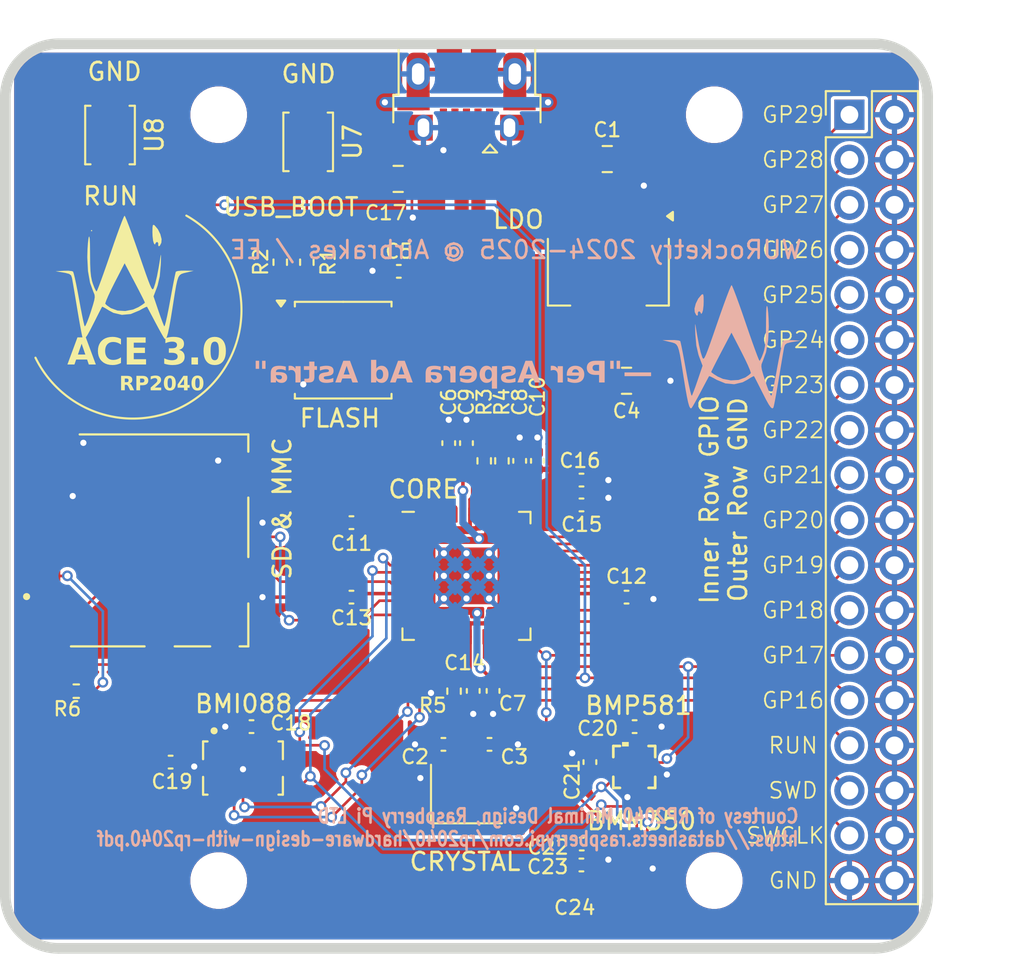
<source format=kicad_pcb>
(kicad_pcb (version 20240108) (generator "pcbnew") (generator_version "8.0")
  (title_block (title "RP2040 Minimal Design Example") (date "2024-01-16") (rev "REV2") (company "Raspberry Pi Ltd"))
  (layers (0 "F.Cu" signal) (31 "B.Cu" signal) (34 "B.Paste" user) (35 "F.Paste" user) (36 "B.SilkS" user "B.Silkscreen") (37 "F.SilkS" user "F.Silkscreen") (38 "B.Mask" user) (39 "F.Mask" user) (44 "Edge.Cuts" user))
  (net 0 "")
  (net 1 "GND")
  (net 2 "VBUS")
  (net 3 "/XIN")
  (net 4 "/XOUT")
  (net 5 "+3V3")
  (net 6 "+1V1")
  (net 8 "/~{USB_BOOT}")
  (net 9 "/GPIO11")
  (net 10 "/GPIO6")
  (net 11 "/GPIO3")
  (net 12 "/GPIO2")
  (net 13 "/GPIO1")
  (net 14 "/GPIO0")
  (net 15 "/GPIO29_ADC3")
  (net 16 "/GPIO28_ADC2")
  (net 17 "/GPIO27_ADC1")
  (net 18 "/GPIO26_ADC0")
  (net 19 "/GPIO25")
  (net 20 "/GPIO24")
  (net 21 "/GPIO23")
  (net 22 "/GPIO22")
  (net 23 "/GPIO21")
  (net 24 "/GPIO20")
  (net 25 "/GPIO19")
  (net 26 "/GPIO18")
  (net 27 "/RUN")
  (net 28 "/SWD")
  (net 29 "/SWCLK")
  (net 30 "/QSPI_SS")
  (net 31 "Net-(U3-USB_DP)")
  (net 32 "Net-(U3-USB_DM)")
  (net 33 "/QSPI_SD3")
  (net 34 "/QSPI_SCLK")
  (net 35 "/QSPI_SD0")
  (net 36 "/QSPI_SD2")
  (net 37 "/QSPI_SD1")
  (net 38 "/USB_D+")
  (net 39 "/USB_D-")
  (net 40 "Net-(C3-Pad1)")
  (net 43 "/SDA")
  (net 44 "/SCL")
  (net 45 "/INT3_GYRO")
  (net 46 "/INT2_ACCEL")
  (net 47 "/INT1_ACCEL")
  (net 48 "/INT4_GYRO")
  (net 49 "/INT_BARO")
  (net 50 "/INT_MAG")
  (net 55 "Net-(J3-CD{slash}DAT3)")
  (net 56 "/MISO")
  (net 57 "/MOSI")
  (net 58 "/SCLK")
  (net 59 "/GPIO9")
  (footprint "Capacitor_SMD:C_0805_2012Metric" (layer "F.Cu") (at 109.025 89)
    (property "Reference" "C4")
    (property "Value" "10u")
  )
  (footprint "RP2040_minimal:USB_Micro-B_Amphenol_10103594-0001LF_Horizontal_modified" (layer "F.Cu") (at 100 71.7 180)
    (property "Reference" "J1" (hide yes))
    (property "Value" "USB_B_Micro")
  )
  (footprint "Capacitor_SMD:C_0402_1005Metric" (layer "F.Cu") (at 104 93.515 90)
    (property "Reference" "C10")
    (property "Value" "1u")
  )
  (footprint "Capacitor_SMD:C_0402_1005Metric" (layer "F.Cu") (at 103 93.515 90)
    (property "Reference" "C8")
    (property "Value" "1u")
  )
  (footprint "Capacitor_SMD:C_0402_1005Metric" (layer "F.Cu") (at 93.515 101.2 180)
    (property "Reference" "C13")
    (property "Value" "100n")
  )
  (footprint "Capacitor_SMD:C_0402_1005Metric" (layer "F.Cu") (at 96.185 82.83 180)
    (property "Reference" "C5")
    (property "Value" "100n")
  )
  (footprint "Resistor_SMD:R_0402_1005Metric" (layer "F.Cu") (at 89.5 82.315 -90)
    (property "Reference" "R2")
    (property "Value" "DNF")
  )
  (footprint "Connector_PinHeader_2.54mm:PinHeader_2x18_P2.54mm_Vertical" (layer "F.Cu") (at 121.59 74)
    (property "Reference" "J4" (hide yes))
    (property "Value" "Conn_02x18_Odd_Even")
  )
  (footprint "Package_TO_SOT_SMD:SOT-223-3_TabPin2" (layer "F.Cu") (at 108 82.85 -90)
    (property "Reference" "U1" (hide yes))
    (property "Value" "NCP1117-3.3_SOT223")
  )
  (footprint "Package_SO:SOIC-8_5.23x5.23mm_P1.27mm" (layer "F.Cu") (at 93.05 87.275)
    (property "Reference" "U2" (hide yes))
    (property "Value" "W25Q128JVS")
  )
  (footprint "Resistor_SMD:R_0402_1005Metric" (layer "F.Cu") (at 91 82.315 90)
    (property "Reference" "R1")
    (property "Value" "1k")
  )
  (footprint "Capacitor_SMD:C_0402_1005Metric" (layer "F.Cu") (at 100 92.515 90)
    (property "Reference" "C9")
    (property "Value" "100n")
  )
  (footprint "Capacitor_SMD:C_0402_1005Metric" (layer "F.Cu") (at 109.025 101.2)
    (property "Reference" "C12")
    (property "Value" "100n")
  )
  (footprint "Capacitor_SMD:C_0402_1005Metric" (layer "F.Cu") (at 100.381 106.485 -90)
    (property "Reference" "C14")
    (property "Value" "100n")
  )
  (footprint "Resistor_SMD:R_0402_1005Metric" (layer "F.Cu") (at 101 93.515 -90)
    (property "Reference" "R3")
    (property "Value" "27")
  )
  (footprint "Capacitor_SMD:C_0402_1005Metric" (layer "F.Cu") (at 101.5 106.485 -90)
    (property "Reference" "C7")
    (property "Value" "100n")
  )
  (footprint "Capacitor_SMD:C_0805_2012Metric" (layer "F.Cu") (at 107.9375 76.5)
    (property "Reference" "C1")
    (property "Value" "10u")
  )
  (footprint "Capacitor_SMD:C_0402_1005Metric" (layer "F.Cu") (at 93.515 97 180)
    (property "Reference" "C11")
    (property "Value" "100n")
  )
  (footprint "Capacitor_SMD:C_0402_1005Metric" (layer "F.Cu") (at 106.485 94.6)
    (property "Reference" "C16")
    (property "Value" "100n")
  )
  (footprint "RP2040_minimal:RP2040-QFN-56" (layer "F.Cu") (at 100 100)
    (property "Reference" "U3" (hide yes))
    (property "Value" "RP2040")
  )
  (footprint "MountingHole:MountingHole_2.7mm_M2.5" (layer "F.Cu") (at 113.97 74)
    (property "Reference" "H2" (hide yes))
    (property "Value" "MountingHole")
  )
  (footprint "Resistor_SMD:R_0402_1005Metric" (layer "F.Cu") (at 102 93.515 -90)
    (property "Reference" "R4")
    (property "Value" "27")
  )
  (footprint "MountingHole:MountingHole_2.7mm_M2.5" (layer "F.Cu") (at 113.97 117.18)
    (property "Reference" "H3" (hide yes))
    (property "Value" "MountingHole")
  )
  (footprint "Capacitor_SMD:C_0402_1005Metric" (layer "F.Cu") (at 99 92.515 90)
    (property "Reference" "C6")
    (property "Value" "100n")
  )
  (footprint "Capacitor_SMD:C_0402_1005Metric" (layer "F.Cu") (at 106.485 96)
    (property "Reference" "C15")
    (property "Value" "100n")
  )
  (footprint "MountingHole:MountingHole_2.7mm_M2.5" (layer "F.Cu") (at 86.03 74)
    (property "Reference" "H1" (hide yes))
    (property "Value" "MountingHole")
  )
  (footprint "MountingHole:MountingHole_2.7mm_M2.5" (layer "F.Cu") (at 86.03 117.18)
    (property "Reference" "H4" (hide yes))
    (property "Value" "MountingHole")
  )
  (footprint "Capacitor_SMD:C_0805_2012Metric" (layer "F.Cu") (at 96.149752 77.618187)
    (property "Reference" "C17")
    (property "Value" "10u")
  )
  (footprint "Capacitor_SMD:C_0402_1005Metric" (layer "F.Cu") (at 106.5 115.11975)
    (property "Reference" "C22")
    (property "Value" "100n")
  )
  (footprint "Capacitor_SMD:C_0402_1005Metric" (layer "F.Cu") (at 87.88 108.5 180)
    (property "Reference" "C18")
    (property "Value" "100n")
  )
  (footprint "Capacitor_SMD:C_0402_1005Metric" (layer "F.Cu") (at 98.7 109.5 180)
    (property "Reference" "C2")
    (property "Value" "15p")
  )
  (footprint "CGB4B3X7R0J225K055AB:CAPC2012X55N" (layer "F.Cu") (at 109.12 118.1)
    (property "Reference" "C24")
    (property "Value" "2.2u")
  )
  (footprint "BMI088:PQFN50P450X300X100-16N" (layer "F.Cu") (at 87.4 110.835)
    (property "Reference" "U4" (hide yes))
    (property "Value" "BMI088")
  )
  (footprint "Resistor_SMD:R_0402_1005Metric" (layer "F.Cu") (at 78 106.5)
    (property "Reference" "R6")
    (property "Value" "10k")
  )
  (footprint "1040310811-molex_usb:MOLEX_104031-0811" (layer "F.Cu") (at 82 98 -90)
    (property "Reference" "J3" (hide yes))
    (property "Value" "104031-0811")
  )
  (footprint "Capacitor_SMD:C_0402_1005Metric" (layer "F.Cu") (at 83.32 110.5)
    (property "Reference" "C19")
    (property "Value" "100n")
  )
  (footprint "Button_Switch_SMD:SW_SPST_B3U-1000P" (layer "F.Cu") (at 91.075194 75.530636 -90)
    (property "Reference" "U7")
    (property "Value" "B3U-1000P")
  )
  (footprint "Capacitor_SMD:C_0402_1005Metric" (layer "F.Cu") (at 101.3 109.5)
    (property "Reference" "C3")
    (property "Value" "15p")
  )
  (footprint "Capacitor_SMD:C_0402_1005Metric" (layer "F.Cu") (at 106.48 116.3)
    (property "Reference" "C23")
    (property "Value" "100n")
  )
  (footprint "Crystal:Crystal_SMD_3225-4Pin_3.2x2.5mm" (layer "F.Cu") (at 100 112.3)
    (property "Reference" "Y1" (hide yes))
    (property "Value" "ABM8-272-T3")
  )
  (footprint "WURocketry_Logo:WURocketry_logo" (layer "F.Cu") (at 80.768043 83.288012)
    (property "Reference" "G***" (hide yes))
    (property "Value" "LOGO" (hide yes))
  )
  (footprint "BMM350:BGA9_BMM350_BOS" (layer "F.Cu") (at 109.59995 115.59995)
    (property "Reference" "U6" (hide yes))
    (property "Value" "BMM350")
  )
  (footprint "Capacitor_SMD:C_0402_1005Metric" (layer "F.Cu") (at 109.48 108.5)
    (property "Reference" "C20")
    (property "Value" "100n")
  )
  (footprint "Button_Switch_SMD:SW_SPST_B3U-1000P" (layer "F.Cu") (at 79.903139 75.145431 -90)
    (property "Reference" "U8")
    (property "Value" "B3U-1000P")
  )
  (footprint "Capacitor_SMD:C_0402_1005Metric" (layer "F.Cu") (at 106.96 110.5 90)
    (property "Reference" "C21")
    (property "Value" "100n" (hide yes))
  )
  (footprint "BMP581:QFN10_BMP581_BOS" (layer "F.Cu") (at 109.460001 110.773001)
    (property "Reference" "U5" (hide yes))
    (property "Value" "BMP581")
  )
  (footprint "Resistor_SMD:R_0402_1005Metric" (layer "F.Cu") (at 99.3 106.5 -90)
    (property "Reference" "R5")
    (property "Value" "1k")
  )
  (footprint "WURocketry_Logo:WURocketry_logo" (layer "B.Cu") (at 114.9 87.2 180)
    (property "Reference" "G***" (hide yes))
    (property "Value" "LOGO" (hide yes))
  )
  (gr_arc (start 84.20659 79.688339) (mid 85.39065 89.467423) (end 75.7 87.7) (stroke (width 0.12)) (layer "F.SilkS"))
  (gr_line (start 123 121) (end 77 121) (stroke (width 0.6)) (layer "Edge.Cuts"))
  (gr_line (start 126 73) (end 126 118) (stroke (width 0.6)) (layer "Edge.Cuts"))
  (gr_line (start 77 70) (end 123 70) (stroke (width 0.6)) (layer "Edge.Cuts"))
  (gr_line (start 74 118) (end 74 73) (stroke (width 0.6)) (layer "Edge.Cuts"))
  (gr_arc (start 126 118) (mid 125.12132 120.12132) (end 123 121) (stroke (width 0.6)) (layer "Edge.Cuts"))
  (gr_arc (start 123 70) (mid 125.12132 70.87868) (end 126 73) (stroke (width 0.6)) (layer "Edge.Cuts"))
  (gr_arc (start 74 73) (mid 74.87868 70.87868) (end 77 70) (stroke (width 0.6)) (layer "Edge.Cuts"))
  (gr_arc (start 77 121) (mid 74.87868 120.12132) (end 74 118) (stroke (width 0.6)) (layer "Edge.Cuts"))
  (gr_text "Courtesy of RP2040 Minimal Design, Raspberry Pi LTD\nhttps://datasheets.raspberrypi.com/rp2040/hardware-design-with-rp2040.pdf" (at 118.8 115.3 0) (layer "B.SilkS") (effects (font (size 0.8 0.65)) (justify left bottom mirror)))
  (gr_text "WURocketry 2024-2025 @ Airbrakes / EE" (at 119 82.2 0) (layer "B.SilkS") (effects (font (size 1 1)) (justify left bottom mirror)))
  (gr_text "—{dblquote}Per Aspera Ad Astra{dblquote}" (at 110.5 89.3 0) (layer "B.SilkS") (effects (font (size 1.2 1.2) (thickness 0.2) (bold yes) (italic yes)) (justify left bottom mirror)))
  (gr_text "GP28" (at 118.415 76.54 0) (layer "F.SilkS") (effects (font (size 0.9 0.9) (thickness 0.1))))
  (gr_text "GP27" (at 118.415 79.08 0) (layer "F.SilkS") (effects (font (size 0.9 0.9) (thickness 0.1))))
  (gr_text "GP26" (at 118.415 81.62 0) (layer "F.SilkS") (effects (font (size 0.9 0.9) (thickness 0.1))))
  (gr_text "GP25" (at 118.415 84.16 0) (layer "F.SilkS") (effects (font (size 0.9 0.9) (thickness 0.1))))
  (gr_text "GP24" (at 118.415 86.7 0) (layer "F.SilkS") (effects (font (size 0.9 0.9) (thickness 0.1))))
  (gr_text "GP23" (at 118.415 89.24 0) (layer "F.SilkS") (effects (font (size 0.9 0.9) (thickness 0.1))))
  (gr_text "GP21" (at 118.415 94.32 0) (layer "F.SilkS") (effects (font (size 0.9 0.9) (thickness 0.1))))
  (gr_text "GP20" (at 118.415 96.86 0) (layer "F.SilkS") (effects (font (size 0.9 0.9) (thickness 0.1))))
  (gr_text "GP19" (at 118.415 99.4 0) (layer "F.SilkS") (effects (font (size 0.9 0.9) (thickness 0.1))))
  (gr_text "GP17" (at 118.415 104.48 0) (layer "F.SilkS") (effects (font (size 0.9 0.9) (thickness 0.1))))
  (gr_text "GP22" (at 118.415 91.78 0) (layer "F.SilkS") (effects (font (size 0.9 0.9) (thickness 0.1))))
  (gr_text "GP18" (at 118.415 101.94 0) (layer "F.SilkS") (effects (font (size 0.9 0.9) (thickness 0.1))))
  (gr_text "SWCLK" (at 117.9705 114.64 0) (layer "F.SilkS") (effects (font (size 0.9 0.9) (thickness 0.1))))
  (gr_text "SWD" (at 118.415 112.1 0) (layer "F.SilkS") (effects (font (size 0.9 0.9) (thickness 0.1))))
  (gr_text "GP16" (at 118.415 107.02 0) (layer "F.SilkS") (effects (font (size 0.9 0.9) (thickness 0.1))))
  (gr_text "RUN" (at 118.415 109.56 0) (layer "F.SilkS") (effects (font (size 0.9 0.9) (thickness 0.1))))
  (gr_text "GND" (at 118.415 117.18 0) (layer "F.SilkS") (effects (font (size 0.9 0.9) (thickness 0.1))))
  (gr_text "GP29" (at 118.415 74 0) (layer "F.SilkS") (effects (font (size 0.9 0.9) (thickness 0.1))))
  (gr_text "Inner Row GPIO\nOuter Row GND" (at 114.5 95.7 90) (layer "F.SilkS") (effects (font (size 1 1))))
  (gr_text "RP2040" (at 82.823442 89.205071 0) (layer "F.SilkS") (effects (font (size 0.8 0.8) (thickness 0.2) (bold yes))))
  (gr_text "ACE 3.0" (at 82.013739 87.461096 0) (layer "F.SilkS") (effects (font (size 1.5 1.5) (thickness 0.35) (bold yes) (italic yes))))
  (gr_text "GND" (at 91.1 71.7 0) (layer "F.SilkS") (effects (font (size 1 1))))
  (gr_text "CORE" (at 95.5 95.7 0) (layer "F.SilkS") (effects (font (size 1 1)) (justify left bottom)))
  (gr_text "GND" (at 78.535646 72.155529 0) (layer "F.SilkS") (effects (font (size 1 1)) (justify left bottom)))
  (gr_text "RUN" (at 78.292064 79.170682 0) (layer "F.SilkS") (effects (font (size 1 1)) (justify left bottom)))
  (gr_text "BMM350\n" (at 106.7 114.4 0) (layer "F.SilkS") (effects (font (size 1 1)) (justify left bottom)))
  (gr_text "BMP581" (at 106.6 107.9 0) (layer "F.SilkS") (effects (font (size 1 1)) (justify left bottom)))
  (gr_text "SD & MMC" (at 90.2 100.3 90) (layer "F.SilkS") (effects (font (size 1 1)) (justify left bottom)))
  (gr_text "CRYSTAL" (at 96.7 116.7 0) (layer "F.SilkS") (effects (font (size 1 1)) (justify left bottom)))
  (gr_text "LDO" (at 101.4 80.5 0) (layer "F.SilkS") (effects (font (size 1 1)) (justify left bottom)))
  (gr_text "\nUSB_BOOT" (at 90.1 78.4 0) (layer "F.SilkS") (effects (font (size 1 1))))
  (gr_text "FLASH" (at 90.5 91.7 0) (layer "F.SilkS") (effects (font (size 1 1)) (justify left bottom)))
  (gr_text "BMI088" (at 84.6 107.8 0) (layer "F.SilkS") (effects (font (size 1 1)) (justify left bottom)))
  (segment (start 109.460001 110) (end 109.460001 108.999999) (width 0.15) (layer "F.Cu") (net 1))
  (segment (start 77.695 95.605) (end 77.8 95.5) (width 0.15) (layer "F.Cu") (net 1))
  (segment (start 109.07495 112.475) (end 108.960002 112.360052) (width 0.2) (layer "F.Cu") (net 1))
  (segment (start 104 93.03) (end 104 92.2) (width 0.2) (layer "F.Cu") (net 1))
  (segment (start 109.51 101.2) (end 109.615 101.305) (width 0.2) (layer "F.Cu") (net 1))
  (segment (start 106.97 94.6) (end 108 94.6) (width 0.2) (layer "F.Cu") (net 1))
  (segment (start 88.4 109.67) (end 88.4 110.5) (width 0.15) (layer "F.Cu") (net 1))
  (segment (start 98.7 74.6) (end 98.7 76) (width 0.2) (layer "F.Cu") (net 1))
  (segment (start 108.24 116.24) (end 108 116) (width 0.15) (layer "F.Cu") (net 1))
  (segment (start 109.615 101.305) (end 110.54 101.305) (width 0.2) (layer "F.Cu") (net 1))
  (segment (start 110.3 79.7) (end 110.3 78.3) (width 0.2) (layer "F.Cu") (net 1))
  (segment (start 102.46 71.45) (end 102.73 71.72) (width 0.2) (layer "F.Cu") (net 1))
  (segment (start 87.375 100.24) (end 87.54 100.24) (width 0.15) (layer "F.Cu") (net 1))
  (segment (start 110.3 78.3) (end 110 78) (width 0.2) (layer "F.Cu") (net 1))
  (segment (start 95.375 82.8) (end 94.7 82.8) (width 0.2) (layer "F.Cu") (net 1))
  (segment (start 76.55 95.605) (end 77.695 95.605) (width 0.15) (layer "F.Cu") (net 1))
  (segment (start 87.4 109.67) (end 87.4 110.5) (width 0.15) (layer "F.Cu") (net 1))
  (segment (start 99 104.8) (end 99 103.4375) (width 0.15) (layer "F.Cu") (net 1))
  (segment (start 84.649999 110.749999) (end 84.4 110.5) (width 0.15) (layer "F.Cu") (net 1))
  (segment (start 87.375 95.875) (end 88.5 97) (width 0.15) (layer "F.Cu") (net 1))
  (segment (start 102.75 113.15) (end 101.1 113.15) (width 0.15) (layer "F.Cu") (net 1))
  (segment (start 109.1999 115.59995) (end 109.59995 115.59995) (width 0.15) (layer "F.Cu") (net 1))
  (segment (start 98 106.6) (end 98 105.8) (width 0.15) (layer "F.Cu") (net 1))
  (segment (start 102.8 113.1) (end 102.75 113.15) (width 0.15) (layer "F.Cu") (net 1))
  (segment (start 108.960002 112.360052) (end 108.960002 111.546002) (width 0.2) (layer "F.Cu") (net 1))
  (segment (start 87.4 108.5) (end 86.4 108.5) (width 0.15) (layer "F.Cu") (net 1))
  (segment (start 101.5 106.97) (end 101.5 107.782004) (width 0.2) (layer "F.Cu") (net 1))
  (segment (start 88.5 101.2) (end 93.035 101.2) (width 0.2) (layer "F.Cu") (net 1))
  (segment (start 84.4 110.5) (end 83.9 110.5) (width 0.15) (layer "F.Cu") (net 1))
  (segment (start 106.97 96) (end 107.6 96) (width 0.15) (layer "F.Cu") (net 1))
  (segment (start 105.96 110) (end 106.94 110) (width 0.15) (layer "F.Cu") (net 1))
  (segment (start 87.375 94.27) (end 87.375 95.875) (width 0.15) (layer "F.Cu") (net 1))
  (segment (start 88.4 112) (end 88.4 111.9) (width 0.15) (layer "F.Cu") (net 1))
  (segment (start 97.54 71.45) (end 97.27 71.72) (width 0.2) (layer "F.Cu") (net 1))
  (segment (start 108.875 76.875) (end 110 78) (width 0.2) (layer "F.Cu") (net 1))
  (segment (start 89.45 89.18) (end 90.78 89.18) (width 0.2) (layer "F.Cu") (net 1))
  (segment (start 110.953998 111.546002) (end 109.96 111.546002) (width 0.2) (layer "F.Cu") (net 1))
  (segment (start 96.925 78.4) (end 96.925 79.75) (width 0.15) (layer "F.Cu") (net 1))
  (segment (start 110.05 89) (end 111.5 89) (width 0.2) (layer "F.Cu") (net 1))
  (segment (start 78.145 92.245) (end 78.4 92.5) (width 0.15) (layer "F.Cu") (net 1))
  (segment (start 88.5 97) (end 93.035 97) (width 0.2) (layer "F.Cu") (net 1))
  (segment (start 109.460001 108.999999) (end 109.96 108.5) (width 0.15) (layer "F.Cu") (net 1))
  (segment (start 99.04 71.45) (end 97.54 71.45) (width 0.2) (layer "F.Cu") (net 1))
  (segment (start 86 93.5) (end 86.605 93.5) (width 0.15) (layer "F.Cu") (net 1))
  (segment (start 108.40005 115.59995) (end 109.1999 115.59995) (width 0.15) (layer "F.Cu") (net 1))
  (segment (start 106.96 116.3) (end 107.7 116.3) (width 0.15) (layer "F.Cu") (net 1))
  (segment (start 99 92.03) (end 99 91.200008) (width 0.2) (layer "F.Cu") (net 1))
  (segment (start 108.24 118.1) (end 108.24 116.24) (width 0.15) (layer "F.Cu") (net 1))
  (segment (start 107.6 96) (end 108 95.6) (width 0.15) (layer "F.Cu") (net 1))
  (segment (start 76.9 92.245) (end 78.145 92.245) (width 0.15) (layer "F.Cu") (net 1))
  (segment (start 107.17975 115.11975) (end 107.17975 115.17975) (width 0.15) (layer "F.Cu") (net 1))
  (segment (start 106.94 110) (end 106.96 110.02) (width 0.15) (layer "F.Cu") (net 1))
  (segment (start 80 100.24) (end 87.375 100.24) (width 0.15) (layer "F.Cu") (net 1))
  (segment (start 95.7 82.83) (end 95.405 82.83) (width 0.2) (layer "F.Cu") (net 1))
  (segment (start 88.4 111.9) (end 88.4 111.1) (width 0.15) (layer "F.Cu") (net 1))
  (segment (start 97.4 111.4) (end 97.45 111.45) (width 0.15) (layer "F.Cu") (net 1))
  (segment (start 107.7 116.3) (end 108 116) (width 0.15) (layer "F.Cu") (net 1))
  (segment (start 100.381 107.781984) (end 100.380994 107.78199) (width 0.2) (layer "F.Cu") (net 1))
  (segment (start 100.381 106.97) (end 100.381 107.781984) (width 0.2) (layer "F.Cu") (net 1))
  (segment (start 97.1 109.5) (end 98.22 109.5) (width 0.15) (layer "F.Cu") (net 1))
  (segment (start 76.675 103.565) (end 80 100.24) (width 0.15) (layer "F.Cu") (net 1))
  (segment (start 101.78 109.5) (end 102.9 109.5) (width 0.15) (layer "F.Cu") (net 1))
  (segment (start 100 92.03) (end 100 91.2) (width 0.2) (layer "F.Cu") (net 1))
  (segment (start 85.4 112) (end 85.9 112) (width 0.15) (layer "F.Cu") (net 1))
  (segment (start 103 93.03) (end 103 92.2) (width 0.2) (layer "F.Cu") (net 1))
  (segment (start 109.96 108.5) (end 111 108.5) (width 0.15) (layer "F.Cu") (net 1))
  (segment (start 95.405 82.83) (end 95.375 82.8) (width 0.2) (layer "F.Cu") (net 1))
  (segment (start 108 116) (end 108.40005 115.59995) (width 0.15) (layer "F.Cu") (net 1))
  (segment (start 90.78 89.18) (end 90.8 89.2) (width 0.2) (layer "F.Cu") (net 1))
  (segment (start 96.925 79.75) (end 96.975 79.8) (width 0.15) (layer "F.Cu") (net 1))
  (segment (start 86.4 108.5) (end 86.4 109.67) (width 0.15) (layer "F.Cu") (net 1))
  (segment (start 107.17975 115.17975) (end 108 116) (width 0.15) (layer "F.Cu") (net 1))
  (segment (start 98 105.8) (end 99 104.8) (width 0.15) (layer "F.Cu") (net 1))
  (segment (start 84.649999 110.749999) (end 84.649999 111.249999) (width 0.15) (layer "F.Cu") (net 1))
  (segment (start 110 116) (end 110.5 116.5) (width 0.15) (layer "F.Cu") (net 1))
  (segment (start 84.649999 111.249999) (end 85.4 112) (width 0.15) (layer "F.Cu") (net 1))
  (segment (start 86.605 93.5) (end 87.375 94.27) (width 0.15) (layer "F.Cu") (net 1))
  (segment (start 87.54 100.24) (end 88.5 101.2) (width 0.15) (layer "F.Cu") (net 1))
  (segment (start 109.96 110) (end 109.460001 110) (width 0.15) (layer "F.Cu") (net 1))
  (segment (start 97.45 111.45) (end 98.9 111.45) (width 0.15) (layer "F.Cu") (net 1))
  (segment (start 100.96 71.45) (end 102.46 71.45) (width 0.2) (layer "F.Cu") (net 1))
  (segment (start 111.3 111.2) (end 110.953998 111.546002) (width 0.2) (layer "F.Cu") (net 1))
  (segment (start 108.875 76.5) (end 108.875 76.875) (width 0.2) (layer "F.Cu") (net 1))
  (via (at 97.4 111.4) (size 0.6) (drill 0.35) (layers "F.Cu" "B.Cu") (net 1))
  (via (at 97.1 109.5) (size 0.6) (drill 0.35) (layers "F.Cu" "B.Cu") (net 1))
  (via (at 102.9 109.5) (size 0.6) (drill 0.35) (layers "F.Cu" "B.Cu") (net 1))
  (via (at 105.96 110) (size 0.6) (drill 0.35) (layers "F.Cu" "B.Cu") (net 1))
  (via (at 86 93.5) (size 0.6) (drill 0.35) (layers "F.Cu" "B.Cu") (net 1))
  (via (at 111.3 111.2) (size 0.6) (drill 0.35) (layers "F.Cu" "B.Cu") (net 1))
  (via (at 110.5 116.5) (size 0.6) (drill 0.35) (layers "F.Cu" "B.Cu") (net 1))
  (via (at 99 91.200008) (size 0.6) (drill 0.35) (layers "F.Cu" "B.Cu") (net 1))
  (via (at 98 106.6) (size 0.6) (drill 0.35) (layers "F.Cu" "B.Cu") (net 1))
  (via (at 88.5 97) (size 0.6) (drill 0.35) (layers "F.Cu" "B.Cu") (net 1))
  (via (at 86.4 108.5) (size 0.6) (drill 0.35) (layers "F.Cu" "B.Cu") (net 1))
  (via (at 77.8 95.5) (size 0.6) (drill 0.35) (layers "F.Cu" "B.Cu") (net 1))
  (via (at 98.7 76) (size 0.6) (drill 0.35) (layers "F.Cu" "B.Cu") (net 1))
  (via (at 110.54 101.305) (size 0.6) (drill 0.35) (layers "F.Cu" "B.Cu") (net 1))
  (via (at 96.975 79.8) (size 0.6) (drill 0.35) (layers "F.Cu" "B.Cu") (net 1))
  (via (at 101.5 107.782004) (size 0.6) (drill 0.35) (layers "F.Cu" "B.Cu") (net 1))
  (via (at 102.8 113.1) (size 0.6) (drill 0.35) (layers "F.Cu" "B.Cu") (net 1))
  (via (at 88.5 101.2) (size 0.6) (drill 0.35) (layers "F.Cu" "B.Cu") (net 1))
  (via (at 108 94.6) (size 0.6) (drill 0.35) (layers "F.Cu" "B.Cu") (net 1))
  (via (at 78.4 92.5) (size 0.6) (drill 0.35) (layers "F.Cu" "B.Cu") (net 1))
  (via (at 111.5 89) (size 0.6) (drill 0.35) (layers "F.Cu" "B.Cu") (net 1))
  (via (at 103 92.2) (size 0.6) (drill 0.35) (layers "F.Cu" "B.Cu") (net 1))
  (via (at 94.7 82.8) (size 0.6) (drill 0.35) (layers "F.Cu" "B.Cu") (net 1))
  (via (at 100.380994 107.78199) (size 0.6) (drill 0.35) (layers "F.Cu" "B.Cu") (net 1))
  (via (at 108 116) (size 0.6) (drill 0.35) (layers "F.Cu" "B.Cu") (net 1))
  (via (at 111 108.5) (size 0.6) (drill 0.35) (layers "F.Cu" "B.Cu") (net 1))
  (via (at 108 95.6) (size 0.6) (drill 0.35) (layers "F.Cu" "B.Cu") (net 1))
  (via (at 90.8 89.2) (size 0.6) (drill 0.35) (layers "F.Cu" "B.Cu") (net 1))
  (via (at 104 92.2) (size 0.6) (drill 0.35) (layers "F.Cu" "B.Cu") (net 1))
  (via (at 84.649999 110.749999) (size 0.6) (drill 0.35) (layers "F.Cu" "B.Cu") (net 1))
  (via (at 110 78) (size 0.6) (drill 0.35) (layers "F.Cu" "B.Cu") (net 1))
  (via (at 109.07495 112.475) (size 0.6) (drill 0.35) (layers "F.Cu" "B.Cu") (net 1))
  (via (at 100 91.2) (size 0.6) (drill 0.35) (layers "F.Cu" "B.Cu") (net 1))
  (via (at 87.4 110.9) (size 0.6) (drill 0.35) (layers "F.Cu" "B.Cu") (net 1))
  (segment (start 103.299999 92.499999) (end 103 92.2) (width 0.2) (layer "B.Cu") (net 1))
  (segment (start 104 93) (end 103.8 93) (width 0.2) (layer "B.Cu") (net 1))
  (segment (start 103.8 93) (end 103.299999 92.499999) (width 0.2) (layer "B.Cu") (net 1))
  (segment (start 101.3 74.525) (end 101.3 75.5) (width 0.4) (layer "F.Cu") (net 2))
  (segment (start 101.3 75.5) (end 102.1 76.3) (width 0.4) (layer "F.Cu") (net 2))
  (segment (start 99.4 104.937861) (end 98.6 105.737861) (width 0.15) (layer "F.Cu") (net 3))
  (segment (start 99.4 103.4375) (end 99.4 104.937861) (width 0.15) (layer "F.Cu") (net 3))
  (segment (start 98.6 108.92) (end 99.18 109.5) (width 0.15) (layer "F.Cu") (net 3))
  (segment (start 99.18 109.5) (end 100 110.32) (width 0.15) (layer "F.Cu") (net 3))
  (segment (start 98.6 105.737861) (end 98.6 108.92) (width 0.15) (layer "F.Cu") (net 3))
  (segment (start 100 112.3) (end 99.15 113.15) (width 0.15) (layer "F.Cu") (net 3))
  (segment (start 99.15 113.15) (end 98.9 113.15) (width 0.15) (layer "F.Cu") (net 3))
  (segment (start 100 110.32) (end 100 112.3) (width 0.15) (layer "F.Cu") (net 3))
  (segment (start 99.8 105.1) (end 99.3 105.6) (width 0.15) (layer "F.Cu") (net 4))
  (segment (start 99.3 105.6) (end 99.3 105.99) (width 0.15) (layer "F.Cu") (net 4))
  (segment (start 99.8 103.4375) (end 99.8 105.1) (width 0.15) (layer "F.Cu") (net 4))
  (segment (start 109.1999 116) (end 109.59995 116) (width 0.15) (layer "F.Cu") (net 5))
  (segment (start 96.5625 101) (end 94.2 101) (width 0.2) (layer "F.Cu") (net 5))
  (segment (start 100.2 102.8) (end 100 102.6) (width 0.2) (layer "F.Cu") (net 5))
  (segment (start 109 109.960002) (end 108.960002 110) (width 0.15) (layer "F.Cu") (net 5))
  (segment (start 94.2 101) (end 94 101.2) (width 0.2) (layer "F.Cu") (net 5))
  (segment (start 108.6997 110.523001) (end 108.6997 110.260302) (width 0.15) (layer "F.Cu") (net 5))
  (segment (start 103.4375 101) (end 102.6 101) (width 0.2) (layer "F.Cu") (net 5))
  (segment (start 86.9 109.225) (end 86.975 109.15) (width 0.15) (layer "F.Cu") (net 5))
  (segment (start 103.4375 101) (end 108.34 101) (width 0.2) (layer "F.Cu") (net 5))
  (segment (start 109 108.5) (end 109 109.960002) (width 0.15) (layer "F.Cu") (net 5))
  (segment (start 100.2 95.7) (end 100.2 96.5625) (width 0.2) (layer "F.Cu") (net 5))
  (segment (start 96.5625 101) (end 97.4 101) (width 0.2) (layer "F.Cu") (net 5))
  (segment (start 100.2 105.5055) (end 100.381 105.6865) (width 0.2) (layer "F.Cu") (net 5))
  (segment (start 100.6 95.799998) (end 100.350001 95.549999) (width 0.2) (layer "F.Cu") (net 5))
  (segment (start 100.6 97.2) (end 100.4 97.4) (width 0.2) (layer "F.Cu") (net 5))
  (segment (start 86.975 109.15) (end 87.71 109.15) (width 0.15) (layer "F.Cu") (net 5))
  (segment (start 76.55 97.805) (end 77.795 97.805) (width 0.15) (layer "F.Cu") (net 5))
  (segment (start 100.350001 94.112535) (end 100.350001 95.549999) (width 0.2) (layer "F.Cu") (net 5))
  (segment (start 96.5625 97.4) (end 95.6 97.4) (width 0.2) (layer "F.Cu") (net 5))
  (segment (start 100.2 103.4375) (end 100.2 105.5055) (width 0.2) (layer "F.Cu") (net 5))
  (segment (start 96.5625 97.4) (end 97.4 97.4) (width 0.2) (layer "F.Cu") (net 5))
  (segment (start 100 93) (end 100 93.762534) (width 0.2) (layer "F.Cu") (net 5))
  (segment (start 100.6 96.5625) (end 100.6 97.2) (width 0.2) (layer "F.Cu") (net 5))
  (segment (start 88.905 81.805) (end 89.5 81.805) (width 0.15) (layer "F.Cu") (net 5))
  (segment (start 100.6 96.5625) (end 100.6 95.799998) (width 0.2) (layer "F.Cu") (net 5))
  (segment (start 100.2 96.5625) (end 100.2 97.4) (width 0.2) (layer "F.Cu") (net 5))
  (segment (start 108 86) (end 108 89) (width 0.2) (layer "F.Cu") (net 5))
  (segment (start 100.381 105.6865) (end 100.381 106) (width 0.2) (layer "F.Cu") (net 5))
  (segment (start 100.350001 95.549999) (end 100.2 95.7) (width 0.2) (layer "F.Cu") (net 5))
  (segment (start 102.2 96.1) (end 103.6 94.7) (width 0.2) (layer "F.Cu") (net 5))
  (segment (start 87.71 109.15) (end 88.36 108.5) (width 0.15) (layer "F.Cu") (net 5))
  (segment (start 87.9 112) (end 87.9 112.6) (width 0.15) (layer "F.Cu") (net 5))
  (segment (start 100.2 97.4) (end 100.2 97) (width 0.2) (layer "F.Cu") (net 5))
  (segment (start 100 93.762534) (end 100.350001 94.112535) (width 0.2) (layer "F.Cu") (net 5))
  (segment (start 110 115.59995) (end 110.90005 115.59995) (width 0.2) (layer "F.Cu") (net 5))
  (segment (start 108.34 101) (end 108.54 101.2) (width 0.2) (layer "F.Cu") (net 5))
  (segment (start 96.1 97.4) (end 96.5625 97.4) (width 0.15) (layer "F.Cu") (net 5))
  (segment (start 86.9 109.67) (end 86.9 109.225) (width 0.15) (layer "F.Cu") (net 5))
  (segment (start 96.65 85.37) (end 96.65 82.85) (width 0.2) (layer "F.Cu") (net 5))
  (segment (start 100.2 103.4375) (end 100.2 102.8) (width 0.2) (layer "F.Cu") (net 5))
  (segment (start 102.2 96.5625) (end 102.2 96.1) (width 0.2) (layer "F.Cu") (net 5))
  (segment (start 108.6997 110.260302) (end 108.960002 110) (width 0.15) (layer "F.Cu") (net 5))
  (segment (start 96.65 82.85) (end 96.67 82.83) (width 0.2) (layer "F.Cu") (net 5))
  (via (at 104.6 73.3) (size 0.6) (drill 0.35) (layers "F.Cu" "B.Cu") (net 5))
  (via (at 95.4 73.3) (size 0.6) (drill 0.35) (layers "F.Cu" "B.Cu") (net 5))
  (segment (start 104.6 73.3) (end 95.4 73.3) (width 0.6) (layer "B.Cu") (net 5))
  (segment (start 99.8 96.5625) (end 99.8 95.199994) (width 0.2) (layer "F.Cu") (net 6))
  (segment (start 101.8 95.8) (end 103 94.6) (width 0.2) (layer "F.Cu") (net 6))
  (segment (start 99 93.295) (end 99.8 94.095) (width 0.2) (layer "F.Cu") (net 6))
  (segment (start 101.5 105.9) (end 100.8 105.2) (width 0.2) (layer "F.Cu") (net 6))
  (segment (start 100.6 105) (end 100.8 105.2) (width 0.2) (layer "F.Cu") (net 6))
  (segment (start 99.8 94.095) (end 99.8 95.199994) (width 0.2) (layer "F.Cu") (net 6))
  (segment (start 101.5 106) (end 101.5 105.9) (width 0.2) (layer "F.Cu") (net 6))
  (segment (start 101.8 96.5625) (end 101.8 95.8) (width 0.2) (layer "F.Cu") (net 6))
  (segment (start 101.8 96.5625) (end 101.8 97.4) (width 0.2) (layer "F.Cu") (net 6))
  (segment (start 99 93) (end 99 93.295) (width 0.2) (layer "F.Cu") (net 6))
  (segment (start 103 94.6) (end 103 94) (width 0.2) (layer "F.Cu") (net 6))
  (segment (start 100.6 103.4375) (end 100.6 105) (width 0.2) (layer "F.Cu") (net 6))
  (via (at 99.8 95.199994) (size 0.6) (drill 0.35) (layers "F.Cu" "B.Cu") (net 6))
  (via (at 100.7 97.9) (size 0.6) (drill 0.35) (layers "F.Cu" "B.Cu") (net 6))
  (via (at 100.8 105.2) (size 0.6) (drill 0.35) (layers "F.Cu" "B.Cu") (net 6))
  (via (at 100.59997 102.1) (size 0.6) (drill 0.35) (layers "F.Cu" "B.Cu") (net 6))
  (segment (start 100.8 105.2) (end 100.59 104.99) (width 0.4) (layer "B.Cu") (net 6))
  (segment (start 100.59 104.99) (end 100.59 102.10997) (width 0.4) (layer "B.Cu") (net 6))
  (segment (start 100.59 102.10997) (end 100.59997 102.1) (width 0.4) (layer "B.Cu") (net 6))
  (segment (start 99.8 97.01) (end 100.69 97.9) (width 0.4) (layer "B.Cu") (net 6))
  (segment (start 99.8 95.199994) (end 99.8 97.01) (width 0.4) (layer "B.Cu") (net 6))
  (segment (start 100.69 97.9) (end 100.7 97.9) (width 0.4) (layer "B.Cu") (net 6))
  (segment (start 91 77.30583) (end 91.075194 77.230636) (width 0.15) (layer "F.Cu") (net 8))
  (segment (start 91 81.805) (end 91 77.30583) (width 0.15) (layer "F.Cu") (net 8))
  (segment (start 121.58125 74) (end 121.59 74) (width 0.15) (layer "F.Cu") (net 15))
  (segment (start 106.645 97.8) (end 112.065 92.38) (width 0.15) (layer "F.Cu") (net 15))
  (segment (start 112.065 92.38) (end 112.065 83.51625) (width 0.15) (layer "F.Cu") (net 15))
  (segment (start 103.4375 97.8) (end 106.645 97.8) (width 0.15) (layer "F.Cu") (net 15))
  (segment (start 112.065 83.51625) (end 121.58125 74) (width 0.15) (layer "F.Cu") (net 15))
  (segment (start 103.4375 98.2) (end 107.515 98.2) (width 0.15) (layer "F.Cu") (net 16))
  (segment (start 107.515 98.2) (end 113.335 92.38) (width 0.15) (layer "F.Cu") (net 16))
  (segment (start 113.335 84.795) (end 121.59 76.54) (width 0.15) (layer "F.Cu") (net 16))
  (segment (start 113.335 92.38) (end 113.335 84.795) (width 0.15) (layer "F.Cu") (net 16))
  (segment (start 114.605 86.065) (end 121.59 79.08) (width 0.15) (layer "F.Cu") (net 17))
  (segment (start 114.605 92.38) (end 114.605 86.065) (width 0.15) (layer "F.Cu") (net 17))
  (segment (start 108.385 98.6) (end 114.605 92.38) (width 0.15) (layer "F.Cu") (net 17))
  (segment (start 103.4375 98.6) (end 108.385 98.6) (width 0.15) (layer "F.Cu") (net 17))
  (segment (start 115.875 92.3975) (end 115.875 87.335) (width 0.15) (layer "F.Cu") (net 18))
  (segment (start 115.875 87.335) (end 121.59 81.62) (width 0.15) (layer "F.Cu") (net 18))
  (segment (start 103.4375 99) (end 109.2725 99) (width 0.15) (layer "F.Cu") (net 18))
  (segment (start 109.2725 99) (end 115.875 92.3975) (width 0.15) (layer "F.Cu") (net 18))
  (segment (start 103.4375 99.4) (end 110.125 99.4) (width 0.15) (layer "F.Cu") (net 19))
  (segment (start 117.145 92.38) (end 117.145 88.605) (width 0.15) (layer "F.Cu") (net 19))
  (segment (start 117.145 88.605) (end 121.59 84.16) (width 0.15) (layer "F.Cu") (net 19))
  (segment (start 110.125 99.4) (end 117.145 92.38) (width 0.15) (layer "F.Cu") (net 19))
  (segment (start 118.415 89.875) (end 121.59 86.7) (width 0.15) (layer "F.Cu") (net 20))
  (segment (start 110.995 99.8) (end 118.415 92.38) (width 0.15) (layer "F.Cu") (net 20))
  (segment (start 118.415 92.38) (end 118.415 89.875) (width 0.15) (layer "F.Cu") (net 20))
  (segment (start 103.4375 99.8) (end 110.995 99.8) (width 0.15) (layer "F.Cu") (net 20))
  (segment (start 119.685 91.145) (end 119.685 92.38) (width 0.15) (layer "F.Cu") (net 21))
  (segment (start 103.4375 100.2) (end 111.865 100.2) (width 0.15) (layer "F.Cu") (net 21))
  (segment (start 119.685 92.38) (end 111.865 100.2) (width 0.15) (layer "F.Cu") (net 21))
  (segment (start 121.59 89.24) (end 119.685 91.145) (width 0.15) (layer "F.Cu") (net 21))
  (segment (start 112.77 100.6) (end 121.59 91.78) (width 0.15) (layer "F.Cu") (net 22))
  (segment (start 103.4375 100.6) (end 112.77 100.6) (width 0.15) (layer "F.Cu") (net 22))
  (segment (start 105.10875 101.94) (end 113.97 101.94) (width 0.15) (layer "F.Cu") (net 23))
  (segment (start 113.97 101.94) (end 121.59 94.32) (width 0.15) (layer "F.Cu") (net 23))
  (segment (start 103.4375 101.4) (end 104.56875 101.4) (width 0.15) (layer "F.Cu") (net 23))
  (segment (start 104.56875 101.4) (end 105.10875 101.94) (width 0.15) (layer "F.Cu") (net 23))
  (segment (start 104.305 101.8) (end 105.08 102.575) (width 0.15) (layer "F.Cu") (net 24))
  (segment (start 115.875 102.575) (end 121.59 96.86) (width 0.15) (layer "F.Cu") (net 24))
  (segment (start 103.4375 101.8) (end 104.305 101.8) (width 0.15) (layer "F.Cu") (net 24))
  (segment (start 105.08 102.575) (end 115.875 102.575) (width 0.15) (layer "F.Cu") (net 24))
  (segment (start 117.78 103.21) (end 121.59 99.4) (width 0.15) (layer "F.Cu") (net 25))
  (segment (start 105.08 103.21) (end 117.78 103.21) (width 0.15) (layer "F.Cu") (net 25))
  (segment (start 104.07 102.2) (end 105.08 103.21) (width 0.15) (layer "F.Cu") (net 25))
  (segment (start 103.4375 102.2) (end 104.07 102.2) (width 0.15) (layer "F.Cu") (net 25))
  (segment (start 103.835 102.6) (end 103.4375 102.6) (width 0.15) (layer "F.Cu") (net 26))
  (segment (start 105.08 103.845) (end 103.835 102.6) (width 0.15) (layer "F.Cu") (net 26))
  (segment (start 121.59 101.94) (end 119.685 103.845) (width 0.15) (layer "F.Cu") (net 26))
  (segment (start 119.685 103.845) (end 105.08 103.845) (width 0.15) (layer "F.Cu") (net 26))
  (segment (start 106.68 105.75) (end 117.78 105.75) (width 0.15) (layer "F.Cu") (net 27))
  (segment (start 117.78 105.75) (end 121.59 109.56) (width 0.15) (layer "F.Cu") (net 27))
  (segment (start 79.903139 76.845431) (end 79.903139 77.703139) (width 0.15) (layer "F.Cu") (net 27))
  (segment (start 81.28 79.08) (end 86.36 79.08) (width 0.15) (layer "F.Cu") (net 27))
  (segment (start 101.8 104.2) (end 101.8 103.4375) (width 0.15) (layer "F.Cu") (net 27))
  (segment (start 106.68 105.75) (end 103.35 105.75) (width 0.15) (layer "F.Cu") (net 27))
  (segment (start 103.35 105.75) (end 101.8 104.2) (width 0.15) (layer "F.Cu") (net 27))
  (segment (start 79.903139 77.703139) (end 81.28 79.08) (width 0.15) (layer "F.Cu") (net 27))
  (via (at 106.68 105.75) (size 0.6) (drill 0.35) (layers "F.Cu" "B.Cu") (net 27))
  (via (at 86.36 79.08) (size 0.6) (drill 0.35) (layers "F.Cu" "B.Cu") (net 27))
  (segment (start 104.14 89.24) (end 104.525 89.625) (width 0.15) (layer "B.Cu") (net 27))
  (segment (start 101.6 79.08) (end 104.14 81.62) (width 0.15) (layer "B.Cu") (net 27))
  (segment (start 86.36 79.08) (end 101.6 79.08) (width 0.15) (layer "B.Cu") (net 27))
  (segment (start 104.14 81.62) (end 104.14 89.24) (width 0.15) (layer "B.Cu") (net 27))
  (segment (start 104.525 89.625) (end 104.525 97.245) (width 0.15) (layer "B.Cu") (net 27))
  (segment (start 106.68 99.4) (end 106.68 105.75) (width 0.15) (layer "B.Cu") (net 27))
  (segment (start 104.525 97.245) (end 106.68 99.4) (width 0.15) (layer "B.Cu") (net 27))
  (segment (start 103.385 106.385) (end 101.4 104.4) (width 0.15) (layer "F.Cu") (net 28))
  (segment (start 101.4 104.4) (end 101.4 103.4375) (width 0.15) (layer "F.Cu") (net 28))
  (segment (start 121.59 112.1) (end 115.875 106.385) (width 0.15) (layer "F.Cu") (net 28))
  (segment (start 115.875 106.385) (end 103.385 106.385) (width 0.15) (layer "F.Cu") (net 28))
  (segment (start 113.97 107.02) (end 103.408501 107.02) (width 0.15) (layer "F.Cu") (net 29))
  (segment (start 103.408501 107.02) (end 101 104.611499) (width 0.15) (layer "F.Cu") (net 29))
  (segment (start 121.59 114.64) (end 113.97 107.02) (width 0.15) (layer "F.Cu") (net 29))
  (segment (start 101 104.611499) (end 101 103.4375) (width 0.15) (layer "F.Cu") (net 29))
  (segment (start 97.4 96.4) (end 97.4 96.6275) (width 0.15) (layer "F.Cu") (net 30))
  (segment (start 87.55 90.2) (end 87.55 86.470001) (width 0.15) (layer "F.Cu") (net 30))
  (segment (start 89.45 82.85) (end 89.5 82.8) (width 0.15) (layer "F.Cu") (net 30))
  (segment (start 92.3 91.3) (end 97.4 96.4) (width 0.15) (layer "F.Cu") (net 30))
  (segment (start 89.45 85.37) (end 89.45 82.85) (width 0.15) (layer "F.Cu") (net 30))
  (segment (start 89.5 82.8) (end 91 82.8) (width 0.15) (layer "F.Cu") (net 30))
  (segment (start 87.55 90.2) (end 88.65 91.3) (width 0.15) (layer "F.Cu") (net 30))
  (segment (start 88.65 91.3) (end 92.3 91.3) (width 0.15) (layer "F.Cu") (net 30))
  (segment (start 87.55 86.470001) (end 88.650001 85.37) (width 0.15) (layer "F.Cu") (net 30))
  (segment (start 88.650001 85.37) (end 89.45 85.37) (width 0.15) (layer "F.Cu") (net 30))
  (segment (start 101 96.5625) (end 101 94) (width 0.2) (layer "F.Cu") (net 31))
  (segment (start 101.4 95.3) (end 102 94.7) (width 0.2) (layer "F.Cu") (net 32))
  (segment (start 101.4 96.5625) (end 101.4 95.3) (width 0.2) (layer "F.Cu") (net 32))
  (segment (start 102 94.7) (end 102 94) (width 0.2) (layer "F.Cu") (net 32))
  (segment (start 98.4 87.8) (end 97.24 86.64) (width 0.15) (layer "F.Cu") (net 33))
  (segment (start 99.251321 95.976321) (end 99.251321 94.251321) (width 0.15) (layer "F.Cu") (net 33))
  (segment (start 97.9 92.9) (end 97.9 91.1) (width 0.15) (layer "F.Cu") (net 33))
  (segment (start 99.4 96.125) (end 99.251321 95.976321) (width 0.15) (layer "F.Cu") (net 33))
  (segment (start 99.4 96.5625) (end 99.4 96.125) (width 0.15) (layer "F.Cu") (net 33))
  (segment (start 98.4 90.6) (end 98.4 87.8) (width 0.15) (layer "F.Cu") (net 33))
  (segment (start 99.251321 94.251321) (end 97.9 92.9) (width 0.15) (layer "F.Cu") (net 33))
  (segment (start 97.9 91.1) (end 98.4 90.6) (width 0.15) (layer "F.Cu") (net 33))
  (segment (start 97.24 86.64) (end 96.65 86.64) (width 0.15) (layer "F.Cu") (net 33))
  (segment (start 97.8 88.5) (end 97.21 87.91) (width 0.15) (layer "F.Cu") (net 34))
  (segment (start 99 96.5725) (end 98.95131 96.52381) (width 0.15) (layer "F.Cu") (net 34))
  (segment (start 98.95131 94.75131) (end 97.3 93.1) (width 0.15) (layer "F.Cu") (net 34))
  (segment (start 97.21 87.91) (end 96.65 87.91) (width 0.15) (layer "F.Cu") (net 34))
  (segment (start 98.95131 96.52381) (end 98.95131 94.75131) (width 0.15) (layer "F.Cu") (net 34))
  (segment (start 97.3 90.9) (end 97.8 90.4) (width 0.15) (layer "F.Cu") (net 34))
  (segment (start 97.8 90.4) (end 97.8 88.5) (width 0.15) (layer "F.Cu") (net 34))
  (segment (start 97.3 93.1) (end 97.3 90.9) (width 0.15) (layer "F.Cu") (net 34))
  (segment (start 98.6 95.2) (end 96.7 93.3) (width 0.15) (layer "F.Cu") (net 35))
  (segment (start 96.7 93.3) (end 96.7 89.23) (width 0.15) (layer "F.Cu") (net 35))
  (segment (start 98.6 96.5725) (end 98.6 95.2) (width 0.15) (layer "F.Cu") (net 35))
  (segment (start 96.7 89.23) (end 96.65 89.18) (width 0.15) (layer "F.Cu") (net 35))
  (segment (start 98.2 96.5725) (end 98.2 95.6) (width 0.15) (layer "F.Cu") (net 36))
  (segment (start 98.2 95.6) (end 90.51 87.91) (width 0.15) (layer "F.Cu") (net 36))
  (segment (start 90.51 87.91) (end 89.45 87.91) (width 0.15) (layer "F.Cu") (net 36))
  (segment (start 88.15 87.140001) (end 88.650001 86.64) (width 0.15) (layer "F.Cu") (net 37))
  (segment (start 89.05 90.7) (end 92.5 90.7) (width 0.15) (layer "F.Cu") (net 37))
  (segment (start 88.650001 86.64) (end 89.45 86.64) (width 0.15) (layer "F.Cu") (net 37))
  (segment (start 89.05 90.7) (end 88.15 89.8) (width 0.15) (layer "F.Cu") (net 37))
  (segment (start 88.15 89.8) (end 88.15 87.140001) (width 0.15) (layer "F.Cu") (net 37))
  (segment (start 97.8 96) (end 92.5 90.7) (width 0.15) (layer "F.Cu") (net 37))
  (segment (start 97.8 96.5725) (end 97.8 96) (width 0.15) (layer "F.Cu") (net 37))
  (segment (start 101.025 83.896752) (end 99.725 82.596752) (width 0.8) (layer "F.Cu") (net 38))
  (segment (start 100 75.8) (end 99.725 76.075) (width 0.4) (layer "F.Cu") (net 38))
  (segment (start 100 74.525) (end 100 75.8) (width 0.4) (layer "F.Cu") (net 38))
  (segment (start 99.725 82.596752) (end 99.725 76.4) (width 0.8) (layer "F.Cu") (net 38))
  (segment (start 101.025 93.005) (end 101.025 83.896752) (width 0.8) (layer "F.Cu") (net 38))
  (segment (start 99.725 76.075) (end 99.725 76.4) (width 0.4) (layer "F.Cu") (net 38))
  (segment (start 100.675 82.203248) (end 100.675 76.4) (width 0.8) (layer "F.Cu") (net 39))
  (segment (start 101.975 83.503248) (end 100.675 82.203248) (width 0.8) (layer "F.Cu") (net 39))
  (segment (start 101.975 93.005) (end 101.975 83.503248) (width 0.8) (layer "F.Cu") (net 39))
  (segment (start 100.65 74.525) (end 100.65 76.375) (width 0.4) (layer "F.Cu") (net 39))
  (segment (start 100.65 76.375) (end 100.675 76.4) (width 0.4) (layer "F.Cu") (net 39))
  (segment (start 100.7 109.5) (end 100.82 109.5) (width 0.15) (layer "F.Cu") (net 40))
  (segment (start 100.82 111.17) (end 100.82 109.5) (width 0.15) (layer "F.Cu") (net 40))
  (segment (start 101.1 111.45) (end 100.82 111.17) (width 0.15) (layer "F.Cu") (net 40))
  (segment (start 99.3 108.1) (end 100.7 109.5) (width 0.15) (layer "F.Cu") (net 40))
  (segment (start 99.3 107.01) (end 99.3 108.1) (width 0.15) (layer "F.Cu") (net 40))
  (segment (start 109.59995 112.74707) (end 109.59995 111.939952) (width 0.15) (layer "F.Cu") (net 43))
  (segment (start 109.34702 113) (end 109.59995 112.74707) (width 0.15) (layer "F.Cu") (net 43))
  (segment (start 90.5 112) (end 88.9 112) (width 0.15) (layer "F.Cu") (net 43))
  (segment (start 109.59995 113.227884) (end 109.59995 113) (width 0.15) (layer "F.Cu") (net 43))
  (segment (start 109.59995 111.939952) (end 109.460001 111.800003) (width 0.15) (layer "F.Cu") (net 43))
  (segment (start 109.285136 113) (end 109.34702 113) (width 0.15) (layer "F.Cu") (net 43))
  (segment (start 109.285136 113) (end 109.59995 113) (width 0.15) (layer "F.Cu") (net 43))
  (segment (start 95.7 99.4) (end 96.5625 99.4) (width 0.15) (layer "F.Cu") (net 43))
  (segment (start 107.6 112.9) (end 107.7 113) (width 0.15) (layer "F.Cu") (net 43))
  (segment (start 107.7 113) (end 109.285136 113) (width 0.15) (layer "F.Cu") (net 43))
  (segment (start 91.2 111.3) (end 90.5 112) (width 0.15) (layer "F.Cu") (net 43))
  (segment (start 109.59995 113) (end 109.59995 112.74707) (width 0.15) (layer "F.Cu") (net 43))
  (segment (start 95.3 99) (end 95.7 99.4) (width 0.15) (layer "F.Cu") (net 43))
  (segment (start 109.460001 111.800003) (end 109.460001 111.546002) (width 0.15) (layer "F.Cu") (net 43))
  (segment (start 109.372066 113) (end 109.59995 113.227884) (width 0.15) (layer "F.Cu") (net 43))
  (segment (start 109.59995 115.1999) (end 109.59995 113.227884) (width 0.15) (layer "F.Cu") (net 43))
  (segment (start 109.285136 113) (end 109.372066 113) (width 0.15) (layer "F.Cu") (net 43))
  (via (at 107.6 112.9) (size 0.6) (drill 0.35) (layers "F.Cu" "B.Cu") (net 43))
  (via (at 91.2 111.3) (size 0.6) (drill 0.35) (layers "F.Cu" "B.Cu") (net 43))
  (via (at 95.3 99) (size 0.6) (drill 0.35) (layers "F.Cu" "B.Cu") (net 43))
  (segment (start 105.1 114) (end 103.7 115.4) (width 0.15) (layer "B.Cu") (net 43))
  (segment (start 95.3 115.4) (end 91.2 111.3) (width 0.15) (layer "B.Cu") (net 43))
  (segment (start 91.2 107.8) (end 91.2 111.3) (width 0.15) (layer "B.Cu") (net 43))
  (segment (start 95.3 99) (end 95.482668 99.182668) (width 0.15) (layer "B.Cu") (net 43))
  (segment (start 95.482668 99.182668) (end 95.482668 103.517332) (width 0.15) (layer "B.Cu") (net 43))
  (segment (start 103.7 115.4) (end 95.3 115.4) (width 0.15) (layer "B.Cu") (net 43))
  (segment (start 107.6 112.9) (end 106.5 114) (width 0.15) (layer "B.Cu") (net 43))
  (segment (start 95.482668 103.517332) (end 91.2 107.8) (width 0.15) (layer "B.Cu") (net 43))
  (segment (start 106.5 114) (end 105.1 114) (width 0.15) (layer "B.Cu") (net 43))
  (segment (start 92 109.56) (end 91.99 109.55) (width 0.15) (layer "F.Cu") (net 44))
  (segment (start 94.8 99.8) (end 94.7 99.7) (width 0.15) (layer "F.Cu") (net 44))
  (segment (start 107.6 111.9) (end 107.822701 111.9) (width 0.15) (layer "F.Cu") (net 44))
  (segment (start 90.6 109.55) (end 89.315 110.835) (width 0.15) (layer "F.Cu") (net 44))
  (segment (start 91.99 109.55) (end 90.6 109.55) (width 0.15) (layer "F.Cu") (net 44))
  (segment (start 96.5625 99.8) (end 94.8 99.8) (width 0.15) (layer "F.Cu") (net 44))
  (segment (start 90.6 108.8) (end 90.6 109.55) (width 0.15) (layer "F.Cu") (net 44))
  (segment (start 110.2 114.9999) (end 110 115.1999) (width 0.15) (layer "F.Cu") (net 44))
  (segment (start 110.2 113.9) (end 110.2 114.9999) (width 0.15) (layer "F.Cu") (net 44))
  (segment (start 107.822701 111.9) (end 108.6997 111.023001) (width 0.15) (layer "F.Cu") (net 44))
  (via (at 107.6 111.9) (size 0.6) (drill 0.35) (layers "F.Cu" "B.Cu") (net 44))
  (via (at 90.6 108.8) (size 0.6) (drill 0.35) (layers "F.Cu" "B.Cu") (net 44))
  (via (at 94.7 99.7) (size 0.6) (drill 0.35) (layers "F.Cu" "B.Cu") (net 44))
  (via (at 110.2 113.9) (size 0.6) (drill 0.35) (layers "F.Cu" "B.Cu") (net 44))
  (via (at 92 109.56) (size 0.6) (drill 0.35) (layers "F.Cu" "B.Cu") (net 44))
  (segment (start 108.9 113.9) (end 110.2 113.9) (width 0.15) (layer "B.Cu") (net 44))
  (segment (start 104.893958 113.278854) (end 106.221146 113.278854) (width 0.15) (layer "B.Cu") (net 44))
  (segment (start 107.6 111.9) (end 107.7 111.9) (width 0.15) (layer "B.Cu") (net 44))
  (segment (start 90.6 108.8) (end 90.6 107.5) (width 0.15) (layer "B.Cu") (net 44))
  (segment (start 108.5 113.5) (end 108.9 113.9) (width 0.15) (layer "B.Cu") (net 44))
  (segment (start 92 109.56) (end 92 110.9) (width 0.15) (layer "B.Cu") (net 44))
  (segment (start 106.221146 113.278854) (end 107.6 111.9) (width 0.15) (layer "B.Cu") (net 44))
  (segment (start 96 114.9) (end 103.272812 114.9) (width 0.15) (layer "B.Cu") (net 44))
  (segment (start 94.7 103.4) (end 94.7 99.7) (width 0.15) (layer "B.Cu") (net 44))
  (segment (start 107.7 111.9) (end 108.5 112.7) (width 0.15) (layer "B.Cu") (net 44))
  (segment (start 108.5 112.7) (end 108.5 113.5) (width 0.15) (layer "B.Cu") (net 44))
  (segment (start 103.272812 114.9) (end 104.893958 113.278854) (width 0.15) (layer "B.Cu") (net 44))
  (segment (start 92 110.9) (end 96 114.9) (width 0.15) (layer "B.Cu") (net 44))
  (segment (start 90.6 107.5) (end 94.7 103.4) (width 0.15) (layer "B.Cu") (net 44))
  (segment (start 98.2 103.4375) (end 98.2 104.095) (width 0.15) (layer "F.Cu") (net 45))
  (segment (start 87.4 112.945824) (end 87.485654 113.031478) (width 0.15) (layer "F.Cu") (net 45))
  (segment (start 87.4 112) (end 87.4 112.945824) (width 0.15) (layer "F.Cu") (net 45))
  (segment (start 93.2 111.6) (end 91.8 113) (width 0.15) (layer "F.Cu") (net 45))
  (segment (start 96.7 105.595) (end 96.7 107.653319) (width 0.15) (layer "F.Cu") (net 45))
  (segment (start 93.2 111.1) (end 93.2 111.6) (width 0.15) (layer "F.Cu") (net 45))
  (segment (start 98.2 104.095) (end 96.7 105.595) (width 0.15) (layer "F.Cu") (net 45))
  (via (at 96.675 107.653319) (size 0.6) (drill 0.35) (layers "F.Cu" "B.Cu") (net 45))
  (via (at 87.485654 113.031478) (size 0.6) (drill 0.35) (layers "F.Cu" "B.Cu") (net 45))
  (via (at 93.2 111.1) (size 0.6) (drill 0.35) (layers "F.Cu" "B.Cu") (net 45))
  (via (at 91.8 113) (size 0.6) (drill 0.35) (layers "F.Cu" "B.Cu") (net 45))
  (segment (start 91.768522 113.031478) (end 91.8 113) (width 0.15) (layer "B.Cu") (net 45))
  (segment (start 93.2 111.1) (end 96.646681 107.653319) (width 0.15) (layer "B.Cu") (net 45))
  (segment (start 87.485654 113.031478) (end 91.768522 113.031478) (width 0.15) (layer "B.Cu") (net 45))
  (segment (start 96.646681 107.653319) (end 96.675 107.653319) (width 0.15) (layer "B.Cu") (net 45))
  (segment (start 94.075 107.6) (end 86.557537 107.6) (width 0.15) (layer "F.Cu") (net 46))
  (segment (start 97.8 103.875) (end 94.075 107.6) (width 0.15) (layer "F.Cu") (net 46))
  (segment (start 85.875 109.645) (end 85.9 109.67) (width 0.15) (layer "F.Cu") (net 46))
  (segment (start 85.875 108.282537) (end 85.875 109.645) (width 0.15) (layer "F.Cu") (net 46))
  (segment (start 86.557537 107.6) (end 85.875 108.282537) (width 0.15) (layer "F.Cu") (net 46))
  (segment (start 97.8 103.4375) (end 97.8 103.875) (width 0.15) (layer "F.Cu") (net 46))
  (segment (start 93.8175 107.02) (end 86.36 107.02) (width 0.15) (layer "F.Cu") (net 47))
  (segment (start 86.36 107.02) (end 85.485 107.895) (width 0.15) (layer "F.Cu") (net 47))
  (segment (start 97.4 103.4375) (end 93.8175 107.02) (width 0.15) (layer "F.Cu") (net 47))
  (segment (start 85.485 107.895) (end 85.485 110.835) (width 0.15) (layer "F.Cu") (net 47))
  (segment (start 97.353805 105.646195) (end 97.353805 107.972268) (width 0.15) (layer "F.Cu") (net 48))
  (segment (start 86.9 113.5) (end 86.9 112) (width 0.15) (layer "F.Cu") (net 48))
  (segment (start 94.1 111.9) (end 94.1 111.226073) (width 0.15) (layer "F.Cu") (net 48))
  (segment (start 92.4 113.6) (end 94.1 111.9) (width 0.15) (layer "F.Cu") (net 48))
  (segment (start 98.6 104.4) (end 97.353805 105.646195) (width 0.15) (layer "F.Cu") (net 48))
  (segment (start 98.6 103.4375) (end 98.6 104.4) (width 0.15) (layer "F.Cu") (net 48))
  (via (at 92.4 113.6) (size 0.6) (drill 0.35) (layers "F.Cu" "B.Cu") (net 48))
  (via (at 97.353805 107.972268) (size 0.6) (drill 0.35) (layers "F.Cu" "B.Cu") (net 48))
  (via (at 94.1 111.226073) (size 0.6) (drill 0.35) (layers "F.Cu" "B.Cu") (net 48))
  (via (at 86.9 113.5) (size 0.6) (drill 0.35) (layers "F.Cu" "B.Cu") (net 48))
  (segment (start 86.9 113.5) (end 87 113.6) (width 0.15) (layer "B.Cu") (net 48))
  (segment (start 94.1 111.226073) (end 97.353805 107.972268) (width 0.15) (layer "B.Cu") (net 48))
  (segment (start 87 113.6) (end 92.4 113.6) (width 0.15) (layer "B.Cu") (net 48))
  (segment (start 103.315 105.115) (end 102.2 104) (width 0.15) (layer "F.Cu") (net 49))
  (segment (start 121.92 107.02) (end 120 105.43) (width 0.15) (layer "F.Cu") (net 49))
  (segment (start 119.685 105.115) (end 112.5 105.115) (width 0.15) (layer "F.Cu") (net 49))
  (segment (start 112.5 105.115) (end 103.315 105.115) (width 0.15) (layer "F.Cu") (net 49))
  (segment (start 120 105.43) (end 119.685 105.115) (width 0.15) (layer "F.Cu") (net 49))
  (segment (start 111.076999 110.523001) (end 110.220302 110.523001) (width 0.15) (layer "F.Cu") (net 49))
  (segment (start 102.2 104) (end 102.2 103.4375) (width 0.15) (layer "F.Cu") (net 49))
  (segment (start 111.3 110.3) (end 111.076999 110.523001) (width 0.15) (layer "F.Cu") (net 49))
  (via (at 112.5 105.115) (size 0.6) (drill 0.35) (layers "F.Cu" "B.Cu") (net 49))
  (via (at 111.3 110.3) (size 0.6) (drill 0.35) (layers "F.Cu" "B.Cu") (net 49))
  (segment (start 111.3 110.3) (end 112.5 109.1) (width 0.15) (layer "B.Cu") (net 49))
  (segment (start 112.5 109.1) (end 112.5 105.115) (width 0.15) (layer "B.Cu") (net 49))
  (segment (start 109.1999 115.1999) (end 109 115) (width 0.15) (layer "F.Cu") (net 50))
  (segment (start 104.52 104.48) (end 121.59 104.48) (width 0.15) (layer "F.Cu") (net 50))
  (segment (start 109 115) (end 108.85 115) (width 0.15) (layer "F.Cu") (net 50))
  (segment (start 104.48 104.48) (end 104.5 104.5) (width 0.15) (layer "F.Cu") (net 50))
  (segment (start 103.342681 103.4375) (end 104.385181 104.48) (width 0.15) (layer "F.Cu") (net 50))
  (segment (start 108.85 115) (end 104.5 110.65) (width 0.15) (layer "F.Cu") (net 50))
  (segment (start 104.5 110.65) (end 104.5 107.7) (width 0.15) (layer "F.Cu") (net 50))
  (segment (start 102.6 103.4375) (end 103.342681 103.4375) (width 0.15) (layer "F.Cu") (net 50))
  (segment (start 104.5 104.5) (end 104.52 104.48) (width 0.15) (layer "F.Cu") (net 50))
  (segment (start 104.385181 104.48) (end 104.48 104.48) (width 0.15) (layer "F.Cu") (net 50))
  (via (at 104.5 104.5) (size 0.6) (drill 0.35) (layers "F.Cu" "B.Cu") (net 50))
  (via (at 104.5 107.7) (size 0.6) (drill 0.35) (layers "F.Cu" "B.Cu") (net 50))
  (segment (start 104.5 107.7) (end 104.5 104.5) (width 0.15) (layer "B.Cu") (net 50))
  (segment (start 79.5 106) (end 79 106.5) (width 0.15) (layer "F.Cu") (net 55))
  (segment (start 79 106.5) (end 78.51 106.5) (width 0.15) (layer "F.Cu") (net 55))
  (segment (start 76.55 100.005) (end 77.495 100.005) (width 0.15) (layer "F.Cu") (net 55))
  (segment (start 77.495 100.005) (end 77.5 100) (width 0.15) (layer "F.Cu") (net 55))
  (via (at 79.5 106) (size 0.6) (drill 0.35) (layers "F.Cu" "B.Cu") (net 55))
  (via (at 77.5 100) (size 0.6) (drill 0.35) (layers "F.Cu" "B.Cu") (net 55))
  (segment (start 79.5 102) (end 79.5 106) (width 0.15) (layer "B.Cu") (net 55))
  (segment (start 77.5 100) (end 79.5 102) (width 0.15) (layer "B.Cu") (net 55))
  (segment (start 85.262537 94.505) (end 76.55 94.505) (width 0.15) (layer "F.Cu") (net 56))
  (segment (start 94 102.5) (end 95.1 101.4) (width 0.15) (layer "F.Cu") (net 56))
  (segment (start 88.557537 97.8) (end 85.262537 94.505) (width 0.15) (layer "F.Cu") (net 56))
  (segment (start 89.5 97.8) (end 88.557537 97.8) (width 0.15) (layer "F.Cu") (net 56))
  (segment (start 90 102.5) (end 94 102.5) (width 0.15) (layer "F.Cu") (net 56))
  (segment (start 95.1 101.4) (end 96.5625 101.4) (width 0.15) (layer "F.Cu") (net 56))
  (via (at 90 102.5) (size 0.6) (drill 0.35) (layers "F.Cu" "B.Cu") (net 56))
  (via (at 89.5 97.8) (size 0.6) (drill 0.35) (layers "F.Cu" "B.Cu") (net 56))
  (segment (start 89.5 102) (end 90 102.5) (width 0.15) (layer "B.Cu") (net 56))
  (segment (start 89.5 97.8) (end 89.5 102) (width 0.15) (layer "B.Cu") (net 56))
  (segment (start 96.5625 100.6) (end 95.95 100.6) (width 0.15) (layer "F.Cu") (net 57))
  (segment (start 95.95 100.6) (end 95.675 100.325) (width 0.15) (layer "F.Cu") (net 57))
  (segment (start 88.070068 98.905) (end 76.55 98.905) (width 0.15) (layer "F.Cu") (net 57))
  (segment (start 89.490068 100.325) (end 88.070068 98.905) (width 0.15) (layer "F.Cu") (net 57))
  (segment (start 95.675 100.325) (end 89.490068 100.325) (width 0.15) (layer "F.Cu") (net 57))
  (segment (start 91.924264 105) (end 94.724264 102.2) (width 0.15) (layer "F.Cu") (net 58))
  (segment (start 75.5 104.5) (end 76 105) (width 0.15) (layer "F.Cu") (net 58))
  (segment (start 75.85 96.705) (end 75.5 97.055) (width 0.15) (layer "F.Cu") (net 58))
  (segment (start 75.5 97.055) (end 75.5 104.5) (width 0.15) (layer "F.Cu") (net 58))
  (segment (start 76.55 96.705) (end 75.85 96.705) (width 0.15) (layer "F.Cu") (net 58))
  (segment (start 94.724264 102.2) (end 96.5625 102.2) (width 0.15) (layer "F.Cu") (net 58))
  (segment (start 76 105) (end 91.924264 105) (width 0.15) (layer "F.Cu") (net 58))
  (zone (net 2) (net_name "VBUS") (layer "F.Cu") (priority 2) (connect_pads (clearance 0.2)) (min_thickness 0.25) (fill yes (thermal_gap 0.508) (thermal_bridge_width 0.508))
    (polygon (pts (xy 108 78) (xy 106.1 78) (xy 106.1 81.6) (xy 101.7 81.6) (xy 101.7 75.8) (xy 104.3 75.8) (xy 104.3 75) (xy 108 75)))
  )
  (zone (net 6) (net_name "+1V1") (layer "F.Cu") (priority 1) (connect_pads yes (clearance 0.15)) (min_thickness 0.15) (fill yes (thermal_gap 0.508) (thermal_bridge_width 0.508))
    (polygon (pts (xy 102 98.2) (xy 98.4 98.2) (xy 98.4 101.6) (xy 101 101.6) (xy 101 102.4) (xy 100.2 102.4) (xy 100.2 102.2) (xy 97.8 102.2) (xy 97.8 97.8) (xy 100.6 97.8) (xy 100.6 97.6) (xy 101 97.6) (xy 101 97.2) (xy 102 97.2)))
  )
  (zone (net 5) (net_name "+3V3") (layer "F.Cu") (connect_pads yes (clearance 0.15)) (min_thickness 0.15) (fill yes (thermal_gap 0.508) (thermal_bridge_width 0.508))
    (polygon (pts (xy 102.8 102.8) (xy 97.2 102.8) (xy 97.2 97.2) (xy 100 97.2) (xy 100.8 97.2) (xy 102.8 97.2)))
  )
  (zone (net 5) (net_name "+3V3") (layer "F.Cu") (connect_pads (clearance 0.25)) (min_thickness 0.2) (fill yes (thermal_gap 0.3) (thermal_bridge_width 0.3))
    (polygon (pts (xy 125.5 120.5) (xy 74.5 120.5) (xy 74.5 70.5) (xy 125.5 70.5)))
    (polygon (pts (xy 120.32 74) (xy 111.43 82.89) (xy 111.43 92.415) (xy 105.715 98.13) (xy 103.81 98.13) (xy 103.81 103.845) (xy 96.19 103.845) (xy 96.19 98.13) (xy 94.6025 98.13) (xy 94.5 106) (xy 95.5 107) (xy 101.905 107.02) (xy 102.54 107.655) (xy 113.335 107.655) (xy 120.32 114.64) (xy 121.59 114.64) (xy 121.59 74)))
    (polygon (pts (xy 98.8 76.2) (xy 98.8 85.2) (xy 88.4 85.2) (xy 87.1 86.4) (xy 87.1 90.4) (xy 88.6 91.8) (xy 92.1 91.8) (xy 97.1 96.8) (xy 101.1 96.8) (xy 101.1 92.2) (xy 102.9 92.2) (xy 102.9 83) (xy 101.7 81.8) (xy 101.7 76.2)))
  )
  (zone (net 1) (net_name "GND") (layer "F.Cu") (priority 3) (connect_pads (clearance 0.2)) (min_thickness 0.25) (fill yes (thermal_gap 0.5) (thermal_bridge_width 0.5))
    (polygon (pts (xy 86.2 110.2) (xy 86.2 111.5) (xy 88.7 111.5) (xy 88.7 110.2)))
  )
  (zone (net 1) (net_name "GND") (layer "F.Cu") (priority 1) (connect_pads (clearance 0.2)) (min_thickness 0.2) (fill yes (thermal_gap 0.3) (thermal_bridge_width 0.3))
    (polygon (pts (xy 103.29 108.6) (xy 103.29 114.6) (xy 96.69 114.6) (xy 96.69 107) (xy 99.99 107) (xy 99.99 108.6)))
  )
  (zone (net 1) (net_name "GND") (layer "B.Cu") (connect_pads (clearance 0.2)) (min_thickness 0.2) (fill yes (thermal_gap 0.3) (thermal_bridge_width 0.3))
    (polygon (pts (xy 125.5 120.5) (xy 74.5 120.5) (xy 74.5 70.5) (xy 125.5 70.5)))
  )
)
</source>
